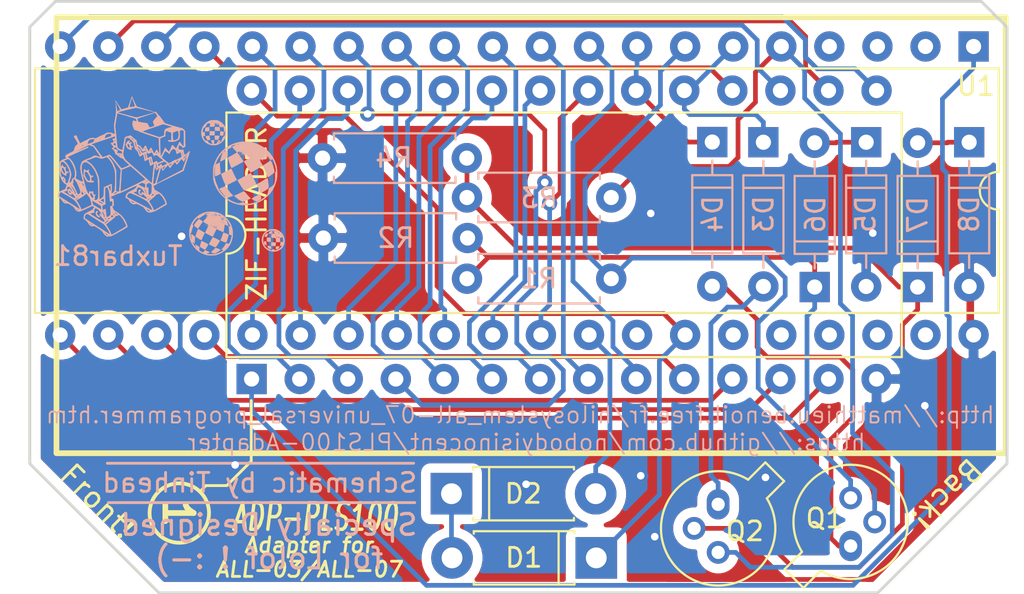
<source format=kicad_pcb>
(kicad_pcb (version 20171130) (host pcbnew 5.1.10-88a1d61d58~88~ubuntu18.04.1)
  (layers (0 F.Cu signal) (31 B.Cu signal) (34 B.Paste user) (35 F.Paste user) (36 B.SilkS user) (37 F.SilkS user) (38 B.Mask user) (39 F.Mask user) (44 Edge.Cuts user))
  (net 0 "")
  (net 1 Zif28)
  (net 2 "Net-(D1-Pad2)")
  (net 3 "Net-(D2-Pad2)")
  (net 4 "Net-(Q1-Pad3)")
  (net 5 "Net-(D6-Pad1)")
  (net 6 "Net-(D4-Pad2)")
  (net 7 "Net-(D3-Pad2)")
  (net 8 "Net-(D7-Pad1)")
  (net 9 "Net-(Q2-Pad3)")
  (net 10 GND)
  (net 11 Zif15)
  (net 12 "Net-(U1-Pad39)")
  (net 13 Zif16)
  (net 14 "Net-(U1-Pad38)")
  (net 15 Zif17)
  (net 16 "Net-(U1-Pad37)")
  (net 17 Zif18)
  (net 18 "Net-(U1-Pad36)")
  (net 19 Zif2)
  (net 20 "Net-(U1-Pad35)")
  (net 21 Zif3)
  (net 22 Zif4)
  (net 23 "Net-(U1-Pad33)")
  (net 24 Zif5)
  (net 25 Zif6)
  (net 26 Zif21)
  (net 27 Zif7)
  (net 28 Zif22)
  (net 29 Zif8)
  (net 30 Zif23)
  (net 31 Zif9)
  (net 32 Zif24)
  (net 33 Zif20)
  (net 34 Zif25)
  (net 35 Zif26)
  (net 36 Zif19)
  (net 37 Zif27)
  (net 38 Zif10)
  (net 39 "Net-(U1-Pad4)")
  (net 40 Zif11)
  (net 41 "Net-(U1-Pad3)")
  (net 42 Zif12)
  (net 43 "Net-(U1-Pad2)")
  (net 44 Zif13)
  (net 45 Zif1)
  (net 46 "Net-(D5-Pad1)")
  (net 47 "Net-(D7-Pad2)")
  (module Diodes_ThroughHole:D_DO-41_SOD81_P7.62mm_Horizontal (layer F.Cu) (at 127.6 40.93 180)
    (fp_text reference D1 (at 3.83 0.01) (layer F.SilkS))
    (fp_text value UF10-005)
    (pad 1 thru_hole rect (at 0 0 180) (size 2.2 2.2) (drill 1.1) (layers *.Cu *.Mask) (net 1 Zif28))
    (pad 2 thru_hole oval (at 7.62 0 180) (size 2.2 2.2) (drill 1.1) (layers *.Cu *.Mask) (net 2 "Net-(D1-Pad2)"))
  )
  (module Diodes_ThroughHole:D_DO-41_SOD81_P7.62mm_Horizontal (layer F.Cu) (at 119.95 37.54)
    (fp_text reference D2 (at 3.79 0) (layer F.SilkS))
    (fp_text value UF10-005)
    (pad 2 thru_hole oval (at 7.62 0) (size 2.2 2.2) (drill 1.1) (layers *.Cu *.Mask) (net 3 "Net-(D2-Pad2)"))
    (pad 1 thru_hole rect (at 0 0) (size 2.2 2.2) (drill 1.1) (layers *.Cu *.Mask) (net 2 "Net-(D1-Pad2)"))
  )
  (module Diodes_ThroughHole:D_DO-35_SOD27_P7.62mm_Horizontal (layer B.Cu) (at 136.43 18.97 270)
    (fp_text reference D3 (at 3.8 -0.01 270) (layer B.SilkS) (effects (justify mirror)))
    (fp_text value 1N4150)
    (pad 1 thru_hole rect (at 0 0 270) (size 1.6 1.6) (drill 0.8) (layers *.Cu *.Mask) (net 36 Zif19))
    (pad 2 thru_hole oval (at 7.62 0 270) (size 1.6 1.6) (drill 0.8) (layers *.Cu *.Mask) (net 7 "Net-(D3-Pad2)"))
  )
  (module Diodes_ThroughHole:D_DO-35_SOD27_P7.62mm_Horizontal (layer B.Cu) (at 133.73 18.96 270)
    (fp_text reference D4 (at 3.81 -0.03 270) (layer B.SilkS) (effects (justify mirror)))
    (fp_text value 1N4150)
    (pad 2 thru_hole oval (at 7.62 0 270) (size 1.6 1.6) (drill 0.8) (layers *.Cu *.Mask) (net 6 "Net-(D4-Pad2)"))
    (pad 1 thru_hole rect (at 0 0 270) (size 1.6 1.6) (drill 0.8) (layers *.Cu *.Mask) (net 33 Zif20))
  )
  (module Diodes_ThroughHole:D_DO-35_SOD27_P7.62mm_Horizontal (layer B.Cu) (at 141.86 18.97 270)
    (fp_text reference D5 (at 3.8 0.03 90) (layer B.SilkS) (effects (justify mirror)))
    (fp_text value 1N4150)
    (pad 2 thru_hole oval (at 7.62 0 270) (size 1.6 1.6) (drill 0.8) (layers *.Cu *.Mask) (net 10 GND))
    (pad 1 thru_hole rect (at 0 0 270) (size 1.6 1.6) (drill 0.8) (layers *.Cu *.Mask) (net 46 "Net-(D5-Pad1)"))
  )
  (module Diodes_ThroughHole:D_DO-35_SOD27_P7.62mm_Horizontal (layer B.Cu) (at 139.14 26.62 90)
    (fp_text reference D6 (at 3.83 0.04 90) (layer B.SilkS) (effects (justify mirror)))
    (fp_text value 1N4150)
    (pad 1 thru_hole rect (at 0 0 90) (size 1.6 1.6) (drill 0.8) (layers *.Cu *.Mask) (net 5 "Net-(D6-Pad1)"))
    (pad 2 thru_hole oval (at 7.62 0 90) (size 1.6 1.6) (drill 0.8) (layers *.Cu *.Mask) (net 46 "Net-(D5-Pad1)"))
  )
  (module Diodes_ThroughHole:D_DO-35_SOD27_P7.62mm_Horizontal (layer B.Cu) (at 144.58 26.62 90)
    (fp_text reference D7 (at 3.81 0 90) (layer B.SilkS) (effects (justify mirror)))
    (fp_text value 1N4150)
    (pad 2 thru_hole oval (at 7.62 0 90) (size 1.6 1.6) (drill 0.8) (layers *.Cu *.Mask) (net 47 "Net-(D7-Pad2)"))
    (pad 1 thru_hole rect (at 0 0 90) (size 1.6 1.6) (drill 0.8) (layers *.Cu *.Mask) (net 8 "Net-(D7-Pad1)"))
  )
  (module Diodes_ThroughHole:D_DO-35_SOD27_P7.62mm_Horizontal (layer B.Cu) (at 147.3 18.97 270)
    (fp_text reference D8 (at 3.8 -0.01 90) (layer B.SilkS) (effects (justify mirror)))
    (fp_text value 1N4150)
    (pad 1 thru_hole rect (at 0 0 270) (size 1.6 1.6) (drill 0.8) (layers *.Cu *.Mask) (net 47 "Net-(D7-Pad2)"))
    (pad 2 thru_hole oval (at 7.62 0 270) (size 1.6 1.6) (drill 0.8) (layers *.Cu *.Mask) (net 10 GND))
  )
  (module TO_SOT_Packages_THT:TO-18-3 (layer F.Cu) (at 141.04 40.3 90)
    (fp_text reference Q1 (at 1.46 -1.37 180) (layer F.SilkS))
    (fp_text value 2N2222A)
    (pad 3 thru_hole oval (at 2.54 0 90) (size 1.2 1.2) (drill 0.7) (layers *.Cu *.Mask) (net 4 "Net-(Q1-Pad3)"))
    (pad 2 thru_hole oval (at 1.27 1.27 90) (size 1.2 1.2) (drill 0.7) (layers *.Cu *.Mask) (net 5 "Net-(D6-Pad1)"))
    (pad 1 thru_hole oval (at 0 0 90) (size 1.6 1.2) (drill 0.7) (layers *.Cu *.Mask) (net 6 "Net-(D4-Pad2)"))
  )
  (module TO_SOT_Packages_THT:TO-18-3 (layer F.Cu) (at 134.04 38.1 270)
    (fp_text reference Q2 (at 1.42 -1.41 180) (layer F.SilkS))
    (fp_text value 2N2222A)
    (pad 1 thru_hole oval (at 0 0 270) (size 1.6 1.2) (drill 0.7) (layers *.Cu *.Mask) (net 7 "Net-(D3-Pad2)"))
    (pad 2 thru_hole oval (at 1.27 1.27 270) (size 1.2 1.2) (drill 0.7) (layers *.Cu *.Mask) (net 8 "Net-(D7-Pad1)"))
    (pad 3 thru_hole oval (at 2.54 0 270) (size 1.2 1.2) (drill 0.7) (layers *.Cu *.Mask) (net 9 "Net-(Q2-Pad3)"))
  )
  (module Resistors_ThroughHole:R_Axial_DIN0207_L6.3mm_D2.5mm_P7.62mm_Horizontal (layer B.Cu) (at 128.39 26.18 180)
    (fp_text reference R1 (at 3.83 0.01 180) (layer B.SilkS) (effects (justify mirror)))
    (fp_text value 1K)
    (pad 2 thru_hole oval (at 7.62 0 180) (size 1.6 1.6) (drill 0.8) (layers *.Cu *.Mask) (net 5 "Net-(D6-Pad1)"))
    (pad 1 thru_hole circle (at 0 0 180) (size 1.6 1.6) (drill 0.8) (layers *.Cu *.Mask) (net 4 "Net-(Q1-Pad3)"))
  )
  (module Resistors_ThroughHole:R_Axial_DIN0207_L6.3mm_D2.5mm_P7.62mm_Horizontal (layer B.Cu) (at 120.8 24.03 180)
    (fp_text reference R2 (at 3.79 0 180) (layer B.SilkS) (effects (justify mirror)))
    (fp_text value 3K3)
    (pad 1 thru_hole circle (at 0 0 180) (size 1.6 1.6) (drill 0.8) (layers *.Cu *.Mask) (net 5 "Net-(D6-Pad1)"))
    (pad 2 thru_hole oval (at 7.62 0 180) (size 1.6 1.6) (drill 0.8) (layers *.Cu *.Mask) (net 10 GND))
  )
  (module Resistors_ThroughHole:R_Axial_DIN0207_L6.3mm_D2.5mm_P7.62mm_Horizontal (layer B.Cu) (at 128.39 21.89 180)
    (fp_text reference R3 (at 3.8 -0.03 180) (layer B.SilkS) (effects (justify mirror)))
    (fp_text value 1K)
    (pad 2 thru_hole oval (at 7.62 0 180) (size 1.6 1.6) (drill 0.8) (layers *.Cu *.Mask) (net 8 "Net-(D7-Pad1)"))
    (pad 1 thru_hole circle (at 0 0 180) (size 1.6 1.6) (drill 0.8) (layers *.Cu *.Mask) (net 9 "Net-(Q2-Pad3)"))
  )
  (module Resistors_ThroughHole:R_Axial_DIN0207_L6.3mm_D2.5mm_P7.62mm_Horizontal (layer B.Cu) (at 120.76 19.81 180)
    (fp_text reference R4 (at 3.86 0.02 180) (layer B.SilkS) (effects (justify mirror)))
    (fp_text value 3K3)
    (pad 1 thru_hole circle (at 0 0 180) (size 1.6 1.6) (drill 0.8) (layers *.Cu *.Mask) (net 8 "Net-(D7-Pad1)"))
    (pad 2 thru_hole oval (at 7.62 0 180) (size 1.6 1.6) (drill 0.8) (layers *.Cu *.Mask) (net 10 GND))
  )
  (module Housings_DIP:DIP-40_W15.24mm (layer F.Cu) (at 147.535 13.911 270)
    (fp_text reference U1 (at 2.089 -0.125 180) (layer F.SilkS))
    (fp_text value "ZIF HEADER")
    (pad 40 thru_hole oval (at 15.24 0 270) (size 1.6 1.6) (drill 0.8) (layers *.Cu *.Mask) (net 10 GND))
    (pad 20 thru_hole oval (at 0 48.26 270) (size 1.6 1.6) (drill 0.8) (layers *.Cu *.Mask) (net 11 Zif15))
    (pad 39 thru_hole oval (at 15.24 2.54 270) (size 1.6 1.6) (drill 0.8) (layers *.Cu *.Mask) (net 12 "Net-(U1-Pad39)"))
    (pad 19 thru_hole oval (at 0 45.72 270) (size 1.6 1.6) (drill 0.8) (layers *.Cu *.Mask) (net 13 Zif16))
    (pad 38 thru_hole oval (at 15.24 5.08 270) (size 1.6 1.6) (drill 0.8) (layers *.Cu *.Mask) (net 14 "Net-(U1-Pad38)"))
    (pad 18 thru_hole oval (at 0 43.18 270) (size 1.6 1.6) (drill 0.8) (layers *.Cu *.Mask) (net 15 Zif17))
    (pad 37 thru_hole oval (at 15.24 7.62 270) (size 1.6 1.6) (drill 0.8) (layers *.Cu *.Mask) (net 16 "Net-(U1-Pad37)"))
    (pad 17 thru_hole oval (at 0 40.64 270) (size 1.6 1.6) (drill 0.8) (layers *.Cu *.Mask) (net 17 Zif18))
    (pad 36 thru_hole oval (at 15.24 10.16 270) (size 1.6 1.6) (drill 0.8) (layers *.Cu *.Mask) (net 18 "Net-(U1-Pad36)"))
    (pad 16 thru_hole oval (at 0 38.1 270) (size 1.6 1.6) (drill 0.8) (layers *.Cu *.Mask) (net 19 Zif2))
    (pad 35 thru_hole oval (at 15.24 12.7 270) (size 1.6 1.6) (drill 0.8) (layers *.Cu *.Mask) (net 20 "Net-(U1-Pad35)"))
    (pad 15 thru_hole oval (at 0 35.56 270) (size 1.6 1.6) (drill 0.8) (layers *.Cu *.Mask) (net 21 Zif3))
    (pad 34 thru_hole oval (at 15.24 15.24 270) (size 1.6 1.6) (drill 0.8) (layers *.Cu *.Mask) (net 1 Zif28))
    (pad 14 thru_hole oval (at 0 33.02 270) (size 1.6 1.6) (drill 0.8) (layers *.Cu *.Mask) (net 22 Zif4))
    (pad 33 thru_hole oval (at 15.24 17.78 270) (size 1.6 1.6) (drill 0.8) (layers *.Cu *.Mask) (net 23 "Net-(U1-Pad33)"))
    (pad 13 thru_hole oval (at 0 30.48 270) (size 1.6 1.6) (drill 0.8) (layers *.Cu *.Mask) (net 24 Zif5))
    (pad 32 thru_hole oval (at 15.24 20.32 270) (size 1.6 1.6) (drill 0.8) (layers *.Cu *.Mask) (net 3 "Net-(D2-Pad2)"))
    (pad 12 thru_hole oval (at 0 27.94 270) (size 1.6 1.6) (drill 0.8) (layers *.Cu *.Mask) (net 25 Zif6))
    (pad 31 thru_hole oval (at 15.24 22.86 270) (size 1.6 1.6) (drill 0.8) (layers *.Cu *.Mask) (net 26 Zif21))
    (pad 11 thru_hole oval (at 0 25.4 270) (size 1.6 1.6) (drill 0.8) (layers *.Cu *.Mask) (net 27 Zif7))
    (pad 30 thru_hole oval (at 15.24 25.4 270) (size 1.6 1.6) (drill 0.8) (layers *.Cu *.Mask) (net 28 Zif22))
    (pad 10 thru_hole oval (at 0 22.86 270) (size 1.6 1.6) (drill 0.8) (layers *.Cu *.Mask) (net 29 Zif8))
    (pad 29 thru_hole oval (at 15.24 27.94 270) (size 1.6 1.6) (drill 0.8) (layers *.Cu *.Mask) (net 30 Zif23))
    (pad 9 thru_hole oval (at 0 20.32 270) (size 1.6 1.6) (drill 0.8) (layers *.Cu *.Mask) (net 31 Zif9))
    (pad 28 thru_hole oval (at 15.24 30.48 270) (size 1.6 1.6) (drill 0.8) (layers *.Cu *.Mask) (net 32 Zif24))
    (pad 8 thru_hole oval (at 0 17.78 270) (size 1.6 1.6) (drill 0.8) (layers *.Cu *.Mask) (net 33 Zif20))
    (pad 27 thru_hole oval (at 15.24 33.02 270) (size 1.6 1.6) (drill 0.8) (layers *.Cu *.Mask) (net 34 Zif25))
    (pad 7 thru_hole oval (at 0 15.24 270) (size 1.6 1.6) (drill 0.8) (layers *.Cu *.Mask) (net 4 "Net-(Q1-Pad3)"))
    (pad 26 thru_hole oval (at 15.24 35.56 270) (size 1.6 1.6) (drill 0.8) (layers *.Cu *.Mask) (net 35 Zif26))
    (pad 6 thru_hole oval (at 0 12.7 270) (size 1.6 1.6) (drill 0.8) (layers *.Cu *.Mask) (net 36 Zif19))
    (pad 25 thru_hole oval (at 15.24 38.1 270) (size 1.6 1.6) (drill 0.8) (layers *.Cu *.Mask) (net 37 Zif27))
    (pad 5 thru_hole oval (at 0 10.16 270) (size 1.6 1.6) (drill 0.8) (layers *.Cu *.Mask) (net 9 "Net-(Q2-Pad3)"))
    (pad 24 thru_hole oval (at 15.24 40.64 270) (size 1.6 1.6) (drill 0.8) (layers *.Cu *.Mask) (net 38 Zif10))
    (pad 4 thru_hole oval (at 0 7.62 270) (size 1.6 1.6) (drill 0.8) (layers *.Cu *.Mask) (net 39 "Net-(U1-Pad4)"))
    (pad 23 thru_hole oval (at 15.24 43.18 270) (size 1.6 1.6) (drill 0.8) (layers *.Cu *.Mask) (net 40 Zif11))
    (pad 3 thru_hole oval (at 0 5.08 270) (size 1.6 1.6) (drill 0.8) (layers *.Cu *.Mask) (net 41 "Net-(U1-Pad3)"))
    (pad 22 thru_hole oval (at 15.24 45.72 270) (size 1.6 1.6) (drill 0.8) (layers *.Cu *.Mask) (net 42 Zif12))
    (pad 2 thru_hole oval (at 0 2.54 270) (size 1.6 1.6) (drill 0.8) (layers *.Cu *.Mask) (net 43 "Net-(U1-Pad2)"))
    (pad 21 thru_hole oval (at 15.24 48.26 270) (size 1.6 1.6) (drill 0.8) (layers *.Cu *.Mask) (net 44 Zif13))
    (pad 1 thru_hole rect (at 0 0 270) (size 1.6 1.6) (drill 0.8) (layers *.Cu *.Mask) (net 45 Zif1))
  )
  (module Housings_DIP:DIP-28_W15.24mm (layer F.Cu) (at 109.39 31.48 90)
    (fp_text reference ZIF-HEADER (at 8.74 0.27 90) (layer F.SilkS))
    (fp_text value ZIF)
    (pad 28 thru_hole oval (at 15.24 0 90) (size 1.6 1.6) (drill 0.8) (layers *.Cu *.Mask) (net 1 Zif28))
    (pad 14 thru_hole oval (at 0 33.02 90) (size 1.6 1.6) (drill 0.8) (layers *.Cu *.Mask) (net 10 GND))
    (pad 27 thru_hole oval (at 15.24 2.54 90) (size 1.6 1.6) (drill 0.8) (layers *.Cu *.Mask) (net 37 Zif27))
    (pad 13 thru_hole oval (at 0 30.48 90) (size 1.6 1.6) (drill 0.8) (layers *.Cu *.Mask) (net 44 Zif13))
    (pad 26 thru_hole oval (at 15.24 5.08 90) (size 1.6 1.6) (drill 0.8) (layers *.Cu *.Mask) (net 35 Zif26))
    (pad 12 thru_hole oval (at 0 27.94 90) (size 1.6 1.6) (drill 0.8) (layers *.Cu *.Mask) (net 42 Zif12))
    (pad 25 thru_hole oval (at 15.24 7.62 90) (size 1.6 1.6) (drill 0.8) (layers *.Cu *.Mask) (net 34 Zif25))
    (pad 11 thru_hole oval (at 0 25.4 90) (size 1.6 1.6) (drill 0.8) (layers *.Cu *.Mask) (net 40 Zif11))
    (pad 24 thru_hole oval (at 15.24 10.16 90) (size 1.6 1.6) (drill 0.8) (layers *.Cu *.Mask) (net 32 Zif24))
    (pad 10 thru_hole oval (at 0 22.86 90) (size 1.6 1.6) (drill 0.8) (layers *.Cu *.Mask) (net 38 Zif10))
    (pad 23 thru_hole oval (at 15.24 12.7 90) (size 1.6 1.6) (drill 0.8) (layers *.Cu *.Mask) (net 30 Zif23))
    (pad 9 thru_hole oval (at 0 20.32 90) (size 1.6 1.6) (drill 0.8) (layers *.Cu *.Mask) (net 31 Zif9))
    (pad 22 thru_hole oval (at 15.24 15.24 90) (size 1.6 1.6) (drill 0.8) (layers *.Cu *.Mask) (net 28 Zif22))
    (pad 8 thru_hole oval (at 0 17.78 90) (size 1.6 1.6) (drill 0.8) (layers *.Cu *.Mask) (net 29 Zif8))
    (pad 21 thru_hole oval (at 15.24 17.78 90) (size 1.6 1.6) (drill 0.8) (layers *.Cu *.Mask) (net 26 Zif21))
    (pad 7 thru_hole oval (at 0 15.24 90) (size 1.6 1.6) (drill 0.8) (layers *.Cu *.Mask) (net 27 Zif7))
    (pad 20 thru_hole oval (at 15.24 20.32 90) (size 1.6 1.6) (drill 0.8) (layers *.Cu *.Mask) (net 33 Zif20))
    (pad 6 thru_hole oval (at 0 12.7 90) (size 1.6 1.6) (drill 0.8) (layers *.Cu *.Mask) (net 25 Zif6))
    (pad 19 thru_hole oval (at 15.24 22.86 90) (size 1.6 1.6) (drill 0.8) (layers *.Cu *.Mask) (net 36 Zif19))
    (pad 5 thru_hole oval (at 0 10.16 90) (size 1.6 1.6) (drill 0.8) (layers *.Cu *.Mask) (net 24 Zif5))
    (pad 18 thru_hole oval (at 15.24 25.4 90) (size 1.6 1.6) (drill 0.8) (layers *.Cu *.Mask) (net 17 Zif18))
    (pad 4 thru_hole oval (at 0 7.62 90) (size 1.6 1.6) (drill 0.8) (layers *.Cu *.Mask) (net 22 Zif4))
    (pad 17 thru_hole oval (at 15.24 27.94 90) (size 1.6 1.6) (drill 0.8) (layers *.Cu *.Mask) (net 15 Zif17))
    (pad 3 thru_hole oval (at 0 5.08 90) (size 1.6 1.6) (drill 0.8) (layers *.Cu *.Mask) (net 21 Zif3))
    (pad 16 thru_hole oval (at 15.24 30.48 90) (size 1.6 1.6) (drill 0.8) (layers *.Cu *.Mask) (net 13 Zif16))
    (pad 2 thru_hole oval (at 0 2.54 90) (size 1.6 1.6) (drill 0.8) (layers *.Cu *.Mask) (net 19 Zif2))
    (pad 15 thru_hole oval (at 15.24 33.02 90) (size 1.6 1.6) (drill 0.8) (layers *.Cu *.Mask) (net 11 Zif15))
    (pad 1 thru_hole rect (at 0 0 90) (size 1.6 1.6) (drill 0.8) (layers *.Cu *.Mask) (net 45 Zif1))
  )
  (module MegaChip:Silver8 (layer B.Cu) (at 105.87 20.96 180)
    (fp_text reference G*** hide)
    (fp_text value LOGO hide)
  )
  (gr_text http://matthieu.benoit.free.fr/hilosystem_all-07_universal_programmer.htm (at 123.58 33.38) (layer B.SilkS) (effects (font (size 0.87 0.87) (thickness 0.1)) (justify mirror)))
  (gr_line (start 117.95 35.93) (end 101.77 35.93) (layer B.SilkS) (width 0.15))
  (gr_line (start 118.01 38.01) (end 101.82 38.01) (layer B.SilkS) (width 0.15))
  (gr_text "Schematic by Tinhead" (at 109.82 36.96) (layer B.SilkS) (effects (font (size 1 1)) (justify mirror)))
  (gr_text https://github.com/nobodyisinocent/PLS100-Adapter (at 123.91 34.83) (layer B.SilkS) (effects (font (size 0.87 0.87) (thickness 0.1)) (justify mirror)))
  (gr_text Tuxbar81 (at 102.33 24.98) (layer B.SilkS) (effects (font (size 1 1)) (justify mirror)))
  (gr_text "Specially Designed\nfor Lolof ! :-)" (at 110.31 40.07) (layer B.SilkS) (effects (font (size 1.1 1.1) (thickness 0.17)) (justify mirror)))
  (gr_line (start 106.98 37.11) (end 106.66 37.43) (layer F.SilkS) (width 0.15))
  (gr_line (start 108.08 37.11) (end 106.98 37.11) (layer F.SilkS) (width 0.15))
  (gr_line (start 109.37 35.82) (end 108.08 37.11) (layer F.SilkS) (width 0.15))
  (gr_line (start 109.37 32.62) (end 109.37 35.82) (layer F.SilkS) (width 0.15))
  (gr_circle (center 105.57 38.56) (end 107.140032 38.56) (layer F.SilkS) (width 0.2))
  (gr_text 1 (at 105.51 38.56 270) (layer F.SilkS) (effects (font (size 1.5 1.5) (thickness 0.3))))
  (gr_text Back! (at 146.12 37.53 -135) (layer F.SilkS) (effects (font (size 1.1 1.1))))
  (gr_text Front! (at 101.25 37.94 -45) (layer F.SilkS) (effects (font (size 1.1 1.1))))
  (gr_line (start 149.3 12.89) (end 147.94 11.53) (layer Edge.Cuts) (width 0.15))
  (gr_line (start 97.67 12.88) (end 99.02 11.53) (layer Edge.Cuts) (width 0.15))
  (gr_text "Adapter for\nALL-03/ALL-07" (at 112.42 40.9) (layer F.SilkS) (effects (font (size 0.8 0.8) (thickness 0.15) italic)))
  (gr_text ADP-PLS100 (at 112.74 38.78) (layer F.SilkS) (effects (font (size 1.4 0.9) (thickness 0.18) italic)))
  (gr_line (start 104.5 42.78) (end 97.67 35.95) (layer Edge.Cuts) (width 0.15))
  (gr_line (start 142.47 42.78) (end 104.5 42.78) (layer Edge.Cuts) (width 0.15))
  (gr_line (start 149.23 35.4) (end 99.08 35.4) (layer F.SilkS) (width 0.3))
  (gr_line (start 149.23 12.37) (end 149.23 35.4) (layer F.SilkS) (width 0.3))
  (gr_line (start 99.08 12.37) (end 149.23 12.37) (layer F.SilkS) (width 0.3))
  (gr_line (start 99.08 35.39) (end 99.08 12.37) (layer F.SilkS) (width 0.3))
  (gr_line (start 149.3 12.89) (end 149.3 35.95) (layer Edge.Cuts) (width 0.15))
  (gr_line (start 99.02 11.53) (end 147.94 11.53) (layer Edge.Cuts) (width 0.15))
  (gr_line (start 97.67 35.95) (end 97.67 12.88) (layer Edge.Cuts) (width 0.15))
  (gr_line (start 149.3 35.95) (end 142.47 42.78) (layer Edge.Cuts) (width 0.15))
  (segment (start 130.9345 37.5955) (end 129 39.53) (width 0.25) (layer B.Cu) (net 1))
  (segment (start 132.295 29.151) (end 130.9345 30.5115) (width 0.25) (layer B.Cu) (net 1))
  (segment (start 129 39.53) (end 127.6 40.93) (width 0.25) (layer B.Cu) (net 1))
  (segment (start 130.9345 30.5115) (end 130.9345 37.5955) (width 0.25) (layer B.Cu) (net 1))
  (segment (start 110.74 17.59) (end 109.39 16.24) (width 0.25) (layer F.Cu) (net 1))
  (segment (start 131.1697 28.0257) (end 120.6457 28.0257) (width 0.25) (layer F.Cu) (net 1))
  (segment (start 114.35 17.59) (end 110.74 17.59) (width 0.25) (layer F.Cu) (net 1))
  (segment (start 132.295 29.151) (end 131.1697 28.0257) (width 0.25) (layer F.Cu) (net 1))
  (segment (start 120.6457 28.0257) (end 119.19 26.57) (width 0.25) (layer F.Cu) (net 1))
  (segment (start 119.19 26.57) (end 119.19 22.43) (width 0.25) (layer F.Cu) (net 1))
  (segment (start 119.19 22.43) (end 114.35 17.59) (width 0.25) (layer F.Cu) (net 1))
  (segment (start 119.95 40.9) (end 119.98 40.93) (width 0.25) (layer B.Cu) (net 2))
  (segment (start 119.95 37.54) (end 119.95 40.9) (width 0.25) (layer B.Cu) (net 2))
  (segment (start 127.57 36.1147) (end 127.57 37.54) (width 0.25) (layer B.Cu) (net 3))
  (segment (start 128.322 35.3627) (end 127.57 36.1147) (width 0.25) (layer B.Cu) (net 3))
  (segment (start 128.322 30.258) (end 128.322 35.3627) (width 0.25) (layer B.Cu) (net 3))
  (segment (start 127.215 29.151) (end 128.322 30.258) (width 0.25) (layer B.Cu) (net 3))
  (segment (start 132.295 13.911) (end 130.99 15.216) (width 0.25) (layer B.Cu) (net 4))
  (segment (start 128.39 26.125) (end 128.39 26.18) (width 0.25) (layer B.Cu) (net 4))
  (segment (start 136.1551 28.5002) (end 136.1551 31.9498) (width 0.25) (layer B.Cu) (net 4))
  (segment (start 136.1551 31.9498) (end 141.04 36.8347) (width 0.25) (layer B.Cu) (net 4))
  (segment (start 137.5816 27.0737) (end 136.1551 28.5002) (width 0.25) (layer B.Cu) (net 4))
  (segment (start 137.5816 26.1349) (end 137.5816 27.0737) (width 0.25) (layer B.Cu) (net 4))
  (segment (start 141.04 37.76) (end 141.04 36.8347) (width 0.25) (layer B.Cu) (net 4))
  (segment (start 129.47835 25.09165) (end 128.39 26.18) (width 0.25) (layer B.Cu) (net 4))
  (segment (start 136.53835 25.09165) (end 129.47835 25.09165) (width 0.25) (layer B.Cu) (net 4))
  (segment (start 136.53835 25.09165) (end 137.5816 26.1349) (width 0.25) (layer B.Cu) (net 4))
  (segment (start 128.39 26.18) (end 127.01 24.8) (width 0.25) (layer B.Cu) (net 4))
  (segment (start 127.01 20.98) (end 130.99 17) (width 0.25) (layer B.Cu) (net 4))
  (segment (start 127.01 24.8) (end 127.01 20.98) (width 0.25) (layer B.Cu) (net 4))
  (segment (start 130.99 15.216) (end 130.99 17) (width 0.25) (layer B.Cu) (net 4))
  (segment (start 120.8 24.03) (end 120.8706 24.03) (width 0.25) (layer F.Cu) (net 5))
  (segment (start 120.8706 24.03) (end 121.8953 25.0547) (width 0.25) (layer F.Cu) (net 5))
  (segment (start 139.14 26.62) (end 139.14 27.7453) (width 0.25) (layer B.Cu) (net 5))
  (segment (start 139.14 27.7453) (end 138.735 28.1503) (width 0.25) (layer B.Cu) (net 5))
  (segment (start 138.735 28.1503) (end 138.735 33.7521) (width 0.25) (layer B.Cu) (net 5))
  (segment (start 138.735 33.7521) (end 142.31 37.3271) (width 0.25) (layer B.Cu) (net 5))
  (segment (start 142.31 37.3271) (end 142.31 39.03) (width 0.25) (layer B.Cu) (net 5))
  (segment (start 139.14 26.62) (end 139.14 25.45) (width 0.25) (layer F.Cu) (net 5))
  (segment (start 138.7447 25.0547) (end 121.8953 25.0547) (width 0.25) (layer F.Cu) (net 5))
  (segment (start 139.14 25.45) (end 138.7447 25.0547) (width 0.25) (layer F.Cu) (net 5))
  (segment (start 121.8953 25.0547) (end 120.77 26.18) (width 0.25) (layer F.Cu) (net 5))
  (segment (start 136.1 28.34) (end 134.34 26.58) (width 0.25) (layer F.Cu) (net 6))
  (segment (start 136.1 29.79) (end 136.1 28.34) (width 0.25) (layer F.Cu) (net 6))
  (segment (start 136.63 30.32) (end 136.1 29.79) (width 0.25) (layer F.Cu) (net 6))
  (segment (start 134.34 26.58) (end 133.73 26.58) (width 0.25) (layer F.Cu) (net 6))
  (segment (start 140.49 30.32) (end 136.63 30.32) (width 0.25) (layer F.Cu) (net 6))
  (segment (start 140.41 40.3) (end 140 39.89) (width 0.25) (layer F.Cu) (net 6))
  (segment (start 140 39.89) (end 140 34.6591) (width 0.25) (layer F.Cu) (net 6))
  (segment (start 141.04 40.3) (end 140.41 40.3) (width 0.25) (layer F.Cu) (net 6))
  (segment (start 140 34.6591) (end 141.15 33.5091) (width 0.25) (layer F.Cu) (net 6))
  (segment (start 141.15 33.5091) (end 141.15 30.98) (width 0.25) (layer F.Cu) (net 6))
  (segment (start 141.15 30.98) (end 140.49 30.32) (width 0.25) (layer F.Cu) (net 6))
  (segment (start 136.42 26.59) (end 136.43 26.59) (width 0.25) (layer B.Cu) (net 7))
  (segment (start 134.04 38.1) (end 134.04 36.9747) (width 0.25) (layer B.Cu) (net 7))
  (segment (start 133.6568 28.5532) (end 134.53 27.68) (width 0.25) (layer B.Cu) (net 7))
  (segment (start 134.04 36.9747) (end 133.6568 36.5915) (width 0.25) (layer B.Cu) (net 7))
  (segment (start 133.6568 36.5915) (end 133.6568 28.5532) (width 0.25) (layer B.Cu) (net 7))
  (segment (start 134.53 27.68) (end 135.33 27.68) (width 0.25) (layer B.Cu) (net 7))
  (segment (start 135.33 27.68) (end 136.42 26.59) (width 0.25) (layer B.Cu) (net 7))
  (segment (start 120.76 19.81) (end 120.77 19.82) (width 0.25) (layer F.Cu) (net 8))
  (segment (start 120.77 19.82) (end 120.77 21.89) (width 0.25) (layer F.Cu) (net 8))
  (segment (start 143.5954 26.62) (end 144.58 26.62) (width 0.25) (layer F.Cu) (net 8))
  (segment (start 120.77 21.89) (end 123.44 24.56) (width 0.25) (layer F.Cu) (net 8))
  (segment (start 141.5354 24.56) (end 143.5954 26.62) (width 0.25) (layer F.Cu) (net 8))
  (segment (start 123.44 24.56) (end 141.5354 24.56) (width 0.25) (layer F.Cu) (net 8))
  (segment (start 135.9137 39.37) (end 132.77 39.37) (width 0.25) (layer F.Cu) (net 8))
  (segment (start 143.7748 28.6052) (end 143.7748 39.1399) (width 0.25) (layer F.Cu) (net 8))
  (segment (start 143.7748 39.1399) (end 141.4827 41.432) (width 0.25) (layer F.Cu) (net 8))
  (segment (start 141.4827 41.432) (end 137.9757 41.432) (width 0.25) (layer F.Cu) (net 8))
  (segment (start 137.9757 41.432) (end 135.9137 39.37) (width 0.25) (layer F.Cu) (net 8))
  (segment (start 143.7748 28.6052) (end 143.7848 28.6052) (width 0.25) (layer F.Cu) (net 8))
  (segment (start 144.58 27.81) (end 144.58 26.62) (width 0.25) (layer F.Cu) (net 8))
  (segment (start 143.7848 28.6052) (end 144.58 27.81) (width 0.25) (layer F.Cu) (net 8))
  (segment (start 141.4791 41.4257) (end 135.751 41.4257) (width 0.25) (layer B.Cu) (net 9))
  (segment (start 143.239 39.6658) (end 141.4791 41.4257) (width 0.25) (layer B.Cu) (net 9))
  (segment (start 141.14 34.3408) (end 143.239 36.4398) (width 0.25) (layer B.Cu) (net 9))
  (segment (start 141.14 28.14) (end 141.14 34.3408) (width 0.25) (layer B.Cu) (net 9))
  (segment (start 137.375 13.911) (end 137.381 13.911) (width 0.25) (layer B.Cu) (net 9))
  (segment (start 137.381 13.911) (end 138.61 15.14) (width 0.25) (layer B.Cu) (net 9))
  (segment (start 138.61 15.14) (end 138.61 16.6425) (width 0.25) (layer B.Cu) (net 9))
  (segment (start 135.751 41.4257) (end 134.9653 40.64) (width 0.25) (layer B.Cu) (net 9))
  (segment (start 143.239 36.4398) (end 143.239 39.6658) (width 0.25) (layer B.Cu) (net 9))
  (segment (start 138.61 16.6425) (end 140.5 18.5325) (width 0.25) (layer B.Cu) (net 9))
  (segment (start 140.5 18.5325) (end 140.5 27.5) (width 0.25) (layer B.Cu) (net 9))
  (segment (start 134.9653 40.64) (end 134.04 40.64) (width 0.25) (layer B.Cu) (net 9))
  (segment (start 140.5 27.5) (end 141.14 28.14) (width 0.25) (layer B.Cu) (net 9))
  (segment (start 130.03 20.25) (end 128.39 21.89) (width 0.25) (layer F.Cu) (net 9))
  (segment (start 136.01 15.276) (end 136.01 16.8537) (width 0.25) (layer F.Cu) (net 9))
  (segment (start 134.62 20.25) (end 130.03 20.25) (width 0.25) (layer F.Cu) (net 9))
  (segment (start 137.375 13.911) (end 136.01 15.276) (width 0.25) (layer F.Cu) (net 9))
  (segment (start 136.01 16.8537) (end 135.09 17.7737) (width 0.25) (layer F.Cu) (net 9))
  (segment (start 135.09 17.7737) (end 135.09 19.78) (width 0.25) (layer F.Cu) (net 9))
  (segment (start 135.09 19.78) (end 134.62 20.25) (width 0.25) (layer F.Cu) (net 9))
  (segment (start 147.535 26.825) (end 147.3 26.59) (width 0.25) (layer F.Cu) (net 10))
  (segment (start 147.3 26.59) (end 147.3 24.18) (width 0.25) (layer F.Cu) (net 10))
  (segment (start 147.3 24.18) (end 146.91 23.79) (width 0.25) (layer F.Cu) (net 10))
  (via (at 142.21 23.77) (size 0.8) (drill 0.4) (layers F.Cu B.Cu) (net 10))
  (segment (start 146.91 23.79) (end 142.23 23.79) (width 0.25) (layer F.Cu) (net 10))
  (segment (start 142.23 23.79) (end 142.21 23.77) (width 0.25) (layer F.Cu) (net 10))
  (segment (start 142.21 23.77) (end 141.97 24.01) (width 0.25) (layer B.Cu) (net 10))
  (segment (start 141.97 26.48) (end 141.86 26.59) (width 0.25) (layer B.Cu) (net 10))
  (segment (start 141.97 24.01) (end 141.97 26.48) (width 0.25) (layer B.Cu) (net 10))
  (segment (start 129.95 34.83) (end 129.7 34.58) (width 0.25) (layer F.Cu) (net 10))
  (segment (start 129.7 34.58) (end 115.12 34.58) (width 0.25) (layer F.Cu) (net 10))
  (segment (start 115.12 34.58) (end 109.98 34.58) (width 0.25) (layer F.Cu) (net 10))
  (via (at 108.52 36.02) (size 0.8) (drill 0.4) (layers F.Cu B.Cu) (net 10))
  (segment (start 109.98 34.58) (end 108.54 36.02) (width 0.25) (layer F.Cu) (net 10))
  (segment (start 108.54 36.02) (end 108.52 36.02) (width 0.25) (layer F.Cu) (net 10))
  (via (at 105.69 23.94) (size 0.8) (drill 0.4) (layers F.Cu B.Cu) (net 10))
  (segment (start 105.69 23.94) (end 110.44 23.94) (width 0.25) (layer F.Cu) (net 10))
  (segment (start 110.53 24.03) (end 113.18 24.03) (width 0.25) (layer F.Cu) (net 10))
  (segment (start 110.44 23.94) (end 110.53 24.03) (width 0.25) (layer F.Cu) (net 10))
  (via (at 136.54 36.68) (size 0.8) (drill 0.4) (layers F.Cu B.Cu) (net 10))
  (via (at 130.69 39.81) (size 0.8) (drill 0.4) (layers F.Cu B.Cu) (net 10))
  (via (at 123.89 37.04) (size 0.8) (drill 0.4) (layers F.Cu B.Cu) (net 10))
  (segment (start 129.95 36.59) (end 129.95 34.83) (width 0.25) (layer F.Cu) (net 10))
  (via (at 129.95 36.59) (size 0.8) (drill 0.4) (layers F.Cu B.Cu) (net 10))
  (segment (start 105.69 27.95) (end 105.69 23.94) (width 0.25) (layer B.Cu) (net 10))
  (segment (start 108.52 36.02) (end 105.62 33.12) (width 0.25) (layer B.Cu) (net 10))
  (segment (start 105.62 28.02) (end 105.69 27.95) (width 0.25) (layer B.Cu) (net 10))
  (segment (start 105.62 33.12) (end 105.62 28.02) (width 0.25) (layer B.Cu) (net 10))
  (segment (start 147.36 26.65) (end 147.3 26.59) (width 0.4) (layer F.Cu) (net 10))
  (segment (start 147.535 29.151) (end 147.36 28.976) (width 0.4) (layer F.Cu) (net 10))
  (segment (start 147.36 28.976) (end 147.36 26.65) (width 0.4) (layer F.Cu) (net 10))
  (via (at 130.48 22.73) (size 0.8) (drill 0.4) (layers F.Cu B.Cu) (net 10))
  (segment (start 129.95 40.64) (end 129.95 36.59) (width 0.25) (layer F.Cu) (net 10))
  (segment (start 131.38 42.07) (end 129.95 40.64) (width 0.25) (layer F.Cu) (net 10))
  (segment (start 144.96 32.89) (end 145.73 34.05) (width 0.25) (layer F.Cu) (net 10))
  (segment (start 142.41 33.12) (end 142.41 31.48) (width 0.25) (layer B.Cu) (net 10))
  (segment (start 142.88 33.59) (end 142.41 33.12) (width 0.25) (layer B.Cu) (net 10))
  (segment (start 144.96 32.89) (end 146.03 32.89) (width 0.25) (layer F.Cu) (net 10))
  (segment (start 142.18 42.07) (end 131.38 42.07) (width 0.25) (layer F.Cu) (net 10))
  (segment (start 145.73 38.52) (end 142.18 42.07) (width 0.25) (layer F.Cu) (net 10))
  (segment (start 145.73 34.05) (end 145.73 38.52) (width 0.25) (layer F.Cu) (net 10))
  (via (at 144.96 32.89) (size 0.8) (drill 0.4) (layers F.Cu B.Cu) (net 10))
  (segment (start 146.03 32.89) (end 147.535 31.385) (width 0.25) (layer F.Cu) (net 10))
  (segment (start 147.535 31.385) (end 147.535 29.151) (width 0.25) (layer F.Cu) (net 10))
  (segment (start 144.96 32.89) (end 143.89 33.59) (width 0.25) (layer B.Cu) (net 10))
  (segment (start 143.89 33.59) (end 142.88 33.59) (width 0.25) (layer B.Cu) (net 10))
  (segment (start 99.275 13.905) (end 99.275 13.911) (width 0.25) (layer B.Cu) (net 11))
  (segment (start 137.4339 12.333) (end 100.847 12.333) (width 0.25) (layer B.Cu) (net 11))
  (segment (start 142.41 16.23) (end 141.27 15.09) (width 0.25) (layer B.Cu) (net 11))
  (segment (start 142.41 16.24) (end 142.41 16.23) (width 0.25) (layer B.Cu) (net 11))
  (segment (start 138.645 13.5441) (end 137.4339 12.333) (width 0.25) (layer B.Cu) (net 11))
  (segment (start 141.27 15.09) (end 139.27 15.09) (width 0.25) (layer B.Cu) (net 11))
  (segment (start 100.847 12.333) (end 99.275 13.905) (width 0.25) (layer B.Cu) (net 11))
  (segment (start 139.27 15.09) (end 138.645 14.465) (width 0.25) (layer B.Cu) (net 11))
  (segment (start 138.645 14.465) (end 138.645 13.5441) (width 0.25) (layer B.Cu) (net 11))
  (segment (start 138.66 13.38) (end 138.66 15.03) (width 0.25) (layer F.Cu) (net 13))
  (segment (start 138.66 15.03) (end 139.87 16.24) (width 0.25) (layer F.Cu) (net 13))
  (segment (start 137.84 12.56) (end 138.66 13.38) (width 0.25) (layer F.Cu) (net 13))
  (segment (start 101.815 13.911) (end 103.166 12.56) (width 0.25) (layer F.Cu) (net 13))
  (segment (start 103.166 12.56) (end 137.84 12.56) (width 0.25) (layer F.Cu) (net 13))
  (segment (start 105.4803 12.7857) (end 104.355 13.911) (width 0.25) (layer B.Cu) (net 15))
  (segment (start 135.3127 12.7857) (end 105.4803 12.7857) (width 0.25) (layer B.Cu) (net 15))
  (segment (start 136.105 13.578) (end 135.3127 12.7857) (width 0.25) (layer B.Cu) (net 15))
  (segment (start 137.33 16.24) (end 136.105 15.015) (width 0.25) (layer B.Cu) (net 15))
  (segment (start 136.105 15.015) (end 136.105 13.578) (width 0.25) (layer B.Cu) (net 15))
  (segment (start 108.0203 15.0363) (end 106.895 13.911) (width 0.25) (layer F.Cu) (net 17))
  (segment (start 134.79 16.24) (end 133.5863 15.0363) (width 0.25) (layer F.Cu) (net 17))
  (segment (start 133.5863 15.0363) (end 108.0203 15.0363) (width 0.25) (layer F.Cu) (net 17))
  (segment (start 108.78 30.31) (end 110.76 30.31) (width 0.25) (layer B.Cu) (net 19))
  (segment (start 108.16 29.69) (end 108.78 30.31) (width 0.25) (layer B.Cu) (net 19))
  (segment (start 110.76 30.31) (end 111.93 31.48) (width 0.25) (layer B.Cu) (net 19))
  (segment (start 109.435 13.911) (end 110.63 15.106) (width 0.25) (layer B.Cu) (net 19))
  (segment (start 110.63 15.106) (end 110.63 17.3) (width 0.25) (layer B.Cu) (net 19))
  (segment (start 110.63 17.3) (end 109.61 18.32) (width 0.25) (layer B.Cu) (net 19))
  (segment (start 109.61 26.46) (end 108.16 27.91) (width 0.25) (layer B.Cu) (net 19))
  (segment (start 109.61 18.32) (end 109.61 26.46) (width 0.25) (layer B.Cu) (net 19))
  (segment (start 108.16 27.91) (end 108.16 29.69) (width 0.25) (layer B.Cu) (net 19))
  (segment (start 113.21 17.18) (end 113.21 15.15) (width 0.25) (layer B.Cu) (net 21))
  (segment (start 113.31 30.32) (end 111.47 30.32) (width 0.25) (layer B.Cu) (net 21))
  (segment (start 114.47 31.48) (end 113.31 30.32) (width 0.25) (layer B.Cu) (net 21))
  (segment (start 111.47 30.32) (end 110.834 29.684) (width 0.25) (layer B.Cu) (net 21))
  (segment (start 111.975 13.915) (end 111.975 13.911) (width 0.25) (layer B.Cu) (net 21))
  (segment (start 110.834 29.684) (end 110.834 27.856) (width 0.25) (layer B.Cu) (net 21))
  (segment (start 113.21 15.15) (end 111.975 13.915) (width 0.25) (layer B.Cu) (net 21))
  (segment (start 110.834 27.856) (end 111.06 27.63) (width 0.25) (layer B.Cu) (net 21))
  (segment (start 111.06 19.33) (end 113.21 17.18) (width 0.25) (layer B.Cu) (net 21))
  (segment (start 111.06 27.63) (end 111.06 19.33) (width 0.25) (layer B.Cu) (net 21))
  (via (at 115.519 17.4743) (size 0.8) (layers F.Cu B.Cu) (net 22))
  (via (at 124.8788 21.0912) (size 0.8) (layers F.Cu B.Cu) (net 22))
  (segment (start 114.515 13.935) (end 114.515 13.911) (width 0.25) (layer B.Cu) (net 22))
  (segment (start 115.5973 15.0173) (end 114.515 13.935) (width 0.25) (layer B.Cu) (net 22))
  (segment (start 115.519 17.4743) (end 115.5973 17.396) (width 0.25) (layer B.Cu) (net 22))
  (segment (start 115.5973 17.396) (end 115.5973 15.0173) (width 0.25) (layer B.Cu) (net 22))
  (segment (start 125.08 32.85) (end 118.38 32.85) (width 0.25) (layer B.Cu) (net 22))
  (segment (start 125.86 32.07) (end 125.08 32.85) (width 0.25) (layer B.Cu) (net 22))
  (segment (start 125.86 31.02) (end 125.86 32.07) (width 0.25) (layer B.Cu) (net 22))
  (segment (start 125.133 30.293) (end 125.86 31.02) (width 0.25) (layer B.Cu) (net 22))
  (segment (start 124.409988 21.560012) (end 124.409988 26.550012) (width 0.25) (layer B.Cu) (net 22))
  (segment (start 123.4 27.56) (end 123.4 29.58) (width 0.25) (layer B.Cu) (net 22))
  (segment (start 118.38 32.85) (end 117.01 31.48) (width 0.25) (layer B.Cu) (net 22))
  (segment (start 124.8788 21.0912) (end 124.409988 21.560012) (width 0.25) (layer B.Cu) (net 22))
  (segment (start 124.113 30.293) (end 125.133 30.293) (width 0.25) (layer B.Cu) (net 22))
  (segment (start 124.409988 26.550012) (end 123.4 27.56) (width 0.25) (layer B.Cu) (net 22))
  (segment (start 123.4 29.58) (end 124.113 30.293) (width 0.25) (layer B.Cu) (net 22))
  (segment (start 124.0243 17.4743) (end 115.519 17.4743) (width 0.25) (layer F.Cu) (net 22))
  (segment (start 124.8788 21.0912) (end 124.8788 18.3288) (width 0.25) (layer F.Cu) (net 22))
  (segment (start 124.8788 18.3288) (end 124.0243 17.4743) (width 0.25) (layer F.Cu) (net 22))
  (segment (start 116.44 30.32) (end 118.39 30.32) (width 0.25) (layer B.Cu) (net 24))
  (segment (start 115.81 29.69) (end 116.44 30.32) (width 0.25) (layer B.Cu) (net 24))
  (segment (start 118.27 17.24) (end 117.63 17.88) (width 0.25) (layer B.Cu) (net 24))
  (segment (start 118.27 15.126) (end 118.27 17.24) (width 0.25) (layer B.Cu) (net 24))
  (segment (start 117.055 13.911) (end 118.27 15.126) (width 0.25) (layer B.Cu) (net 24))
  (segment (start 117.63 17.88) (end 117.63 26.33) (width 0.25) (layer B.Cu) (net 24))
  (segment (start 118.39 30.32) (end 119.55 31.48) (width 0.25) (layer B.Cu) (net 24))
  (segment (start 117.63 26.33) (end 115.81 28.15) (width 0.25) (layer B.Cu) (net 24))
  (segment (start 115.81 28.15) (end 115.81 29.69) (width 0.25) (layer B.Cu) (net 24))
  (segment (start 120.9647 30.3547) (end 122.09 31.48) (width 0.25) (layer B.Cu) (net 25))
  (segment (start 119.1147 30.3547) (end 120.9647 30.3547) (width 0.25) (layer B.Cu) (net 25))
  (segment (start 118.29 29.53) (end 119.1147 30.3547) (width 0.25) (layer B.Cu) (net 25))
  (segment (start 118.29 28.06) (end 118.29 29.53) (width 0.25) (layer B.Cu) (net 25))
  (segment (start 119.601 13.911) (end 120.8 15.11) (width 0.25) (layer B.Cu) (net 25))
  (segment (start 119.595 13.911) (end 119.601 13.911) (width 0.25) (layer B.Cu) (net 25))
  (segment (start 120.8 15.11) (end 120.8 17.21) (width 0.25) (layer B.Cu) (net 25))
  (segment (start 120.8 17.21) (end 118.82 19.19) (width 0.25) (layer B.Cu) (net 25))
  (segment (start 118.82 19.19) (end 118.82 27.53) (width 0.25) (layer B.Cu) (net 25))
  (segment (start 118.82 27.53) (end 118.29 28.06) (width 0.25) (layer B.Cu) (net 25))
  (via (at 125.13499 22.1907) (size 0.8) (drill 0.4) (layers F.Cu B.Cu) (net 26))
  (segment (start 125.13499 27.55964) (end 125.13499 22.1907) (width 0.25) (layer B.Cu) (net 26))
  (segment (start 124.675 28.01963) (end 125.13499 27.55964) (width 0.25) (layer B.Cu) (net 26))
  (segment (start 124.675 29.151) (end 124.675 28.01963) (width 0.25) (layer B.Cu) (net 26))
  (segment (start 125.69 21.63569) (end 125.13499 22.1907) (width 0.25) (layer F.Cu) (net 26))
  (segment (start 127.17 16.24) (end 125.69 17.72) (width 0.25) (layer F.Cu) (net 26))
  (segment (start 125.69 17.72) (end 125.69 21.63569) (width 0.25) (layer F.Cu) (net 26))
  (segment (start 123.35 15.126) (end 122.135 13.911) (width 0.25) (layer B.Cu) (net 27))
  (segment (start 123.5047 30.3547) (end 121.6147 30.3547) (width 0.25) (layer B.Cu) (net 27))
  (segment (start 124.63 31.48) (end 123.5047 30.3547) (width 0.25) (layer B.Cu) (net 27))
  (segment (start 121.6147 30.3547) (end 120.9 29.64) (width 0.25) (layer B.Cu) (net 27))
  (segment (start 120.9 29.64) (end 120.9 28.48) (width 0.25) (layer B.Cu) (net 27))
  (segment (start 120.9 28.48) (end 123.35 26.03) (width 0.25) (layer B.Cu) (net 27))
  (segment (start 123.35 26.03) (end 123.35 15.126) (width 0.25) (layer B.Cu) (net 27))
  (segment (start 123.830001 17.039999) (end 123.830001 26.330699) (width 0.25) (layer B.Cu) (net 28))
  (segment (start 122.135 28.0257) (end 122.135 29.151) (width 0.25) (layer B.Cu) (net 28))
  (segment (start 124.63 16.24) (end 123.830001 17.039999) (width 0.25) (layer B.Cu) (net 28))
  (segment (start 123.830001 26.330699) (end 122.135 28.0257) (width 0.25) (layer B.Cu) (net 28))
  (segment (start 125.86 30.17) (end 127.17 31.48) (width 0.25) (layer B.Cu) (net 29))
  (segment (start 125.86 15.096) (end 125.86 30.17) (width 0.25) (layer B.Cu) (net 29))
  (segment (start 124.675 13.911) (end 125.86 15.096) (width 0.25) (layer B.Cu) (net 29))
  (segment (start 119.595 27.835) (end 119.595 29.151) (width 0.25) (layer B.Cu) (net 30))
  (segment (start 122.09 17.35) (end 121.75 17.69) (width 0.25) (layer B.Cu) (net 30))
  (segment (start 121.75 17.69) (end 121.05 17.69) (width 0.25) (layer B.Cu) (net 30))
  (segment (start 122.09 16.24) (end 122.09 17.35) (width 0.25) (layer B.Cu) (net 30))
  (segment (start 119.39 27.63) (end 119.595 27.835) (width 0.25) (layer B.Cu) (net 30))
  (segment (start 121.05 17.69) (end 119.39 19.35) (width 0.25) (layer B.Cu) (net 30))
  (segment (start 119.39 19.35) (end 119.39 27.63) (width 0.25) (layer B.Cu) (net 30))
  (segment (start 128.43 15.126) (end 128.43 16.93) (width 0.25) (layer B.Cu) (net 31))
  (segment (start 127.215 13.911) (end 128.43 15.126) (width 0.25) (layer B.Cu) (net 31))
  (segment (start 128.48 28.42) (end 128.48 29.77959) (width 0.25) (layer B.Cu) (net 31))
  (segment (start 128.48 29.77959) (end 129.71 31.00959) (width 0.25) (layer B.Cu) (net 31))
  (segment (start 128.43 16.93) (end 126.37 18.99) (width 0.25) (layer B.Cu) (net 31))
  (segment (start 129.71 31.00959) (end 129.71 31.48) (width 0.25) (layer B.Cu) (net 31))
  (segment (start 126.37 18.99) (end 126.37 26.31) (width 0.25) (layer B.Cu) (net 31))
  (segment (start 126.37 26.31) (end 128.48 28.42) (width 0.25) (layer B.Cu) (net 31))
  (segment (start 117.055 27.775) (end 117.055 29.151) (width 0.25) (layer B.Cu) (net 32))
  (segment (start 118.23 26.6) (end 117.055 27.775) (width 0.25) (layer B.Cu) (net 32))
  (segment (start 118.23 18.6853) (end 118.23 26.6) (width 0.25) (layer B.Cu) (net 32))
  (segment (start 119.55 16.24) (end 119.55 17.3653) (width 0.25) (layer B.Cu) (net 32))
  (segment (start 119.55 17.3653) (end 118.23 18.6853) (width 0.25) (layer B.Cu) (net 32))
  (segment (start 129.71 16.24) (end 129.71 15.1147) (width 0.25) (layer B.Cu) (net 33))
  (segment (start 129.71 15.1147) (end 129.755 15.0697) (width 0.25) (layer B.Cu) (net 33))
  (segment (start 129.755 15.0697) (end 129.755 13.911) (width 0.25) (layer B.Cu) (net 33))
  (segment (start 132.43 18.96) (end 133.73 18.96) (width 0.25) (layer F.Cu) (net 33))
  (segment (start 129.71 16.24) (end 132.43 18.96) (width 0.25) (layer F.Cu) (net 33))
  (segment (start 117.01 16.24) (end 117.01 25.26) (width 0.25) (layer B.Cu) (net 34))
  (segment (start 114.515 27.755) (end 114.515 29.151) (width 0.25) (layer B.Cu) (net 34))
  (segment (start 117.01 25.26) (end 114.515 27.755) (width 0.25) (layer B.Cu) (net 34))
  (segment (start 111.975 27.925) (end 111.975 29.151) (width 0.25) (layer B.Cu) (net 35))
  (segment (start 114.47 17.41) (end 114.16 17.72) (width 0.25) (layer B.Cu) (net 35))
  (segment (start 114.47 16.24) (end 114.47 17.41) (width 0.25) (layer B.Cu) (net 35))
  (segment (start 114.16 17.72) (end 113.42 17.72) (width 0.25) (layer B.Cu) (net 35))
  (segment (start 111.72 27.67) (end 111.975 27.925) (width 0.25) (layer B.Cu) (net 35))
  (segment (start 113.42 17.72) (end 111.72 19.42) (width 0.25) (layer B.Cu) (net 35))
  (segment (start 111.72 19.42) (end 111.72 27.67) (width 0.25) (layer B.Cu) (net 35))
  (segment (start 132.25 16.24) (end 132.51 16.24) (width 0.25) (layer B.Cu) (net 36))
  (segment (start 134.835 13.915) (end 134.835 13.911) (width 0.25) (layer B.Cu) (net 36))
  (segment (start 132.51 16.24) (end 134.835 13.915) (width 0.25) (layer B.Cu) (net 36))
  (segment (start 136.43 17.91) (end 136.43 18.97) (width 0.25) (layer B.Cu) (net 36))
  (segment (start 136.03 17.51) (end 136.43 17.91) (width 0.25) (layer B.Cu) (net 36))
  (segment (start 132.54 17.51) (end 136.03 17.51) (width 0.25) (layer B.Cu) (net 36))
  (segment (start 132.25 16.24) (end 132.25 17.22) (width 0.25) (layer B.Cu) (net 36))
  (segment (start 132.25 17.22) (end 132.54 17.51) (width 0.25) (layer B.Cu) (net 36))
  (segment (start 109.435 27.805) (end 109.435 29.151) (width 0.25) (layer B.Cu) (net 37))
  (segment (start 110.42 26.82) (end 109.435 27.805) (width 0.25) (layer B.Cu) (net 37))
  (segment (start 110.42 18.8753) (end 110.42 26.82) (width 0.25) (layer B.Cu) (net 37))
  (segment (start 111.93 16.24) (end 111.93 17.3653) (width 0.25) (layer B.Cu) (net 37))
  (segment (start 111.93 17.3653) (end 110.42 18.8753) (width 0.25) (layer B.Cu) (net 37))
  (segment (start 108.034 30.29) (end 106.895 29.151) (width 0.25) (layer F.Cu) (net 38))
  (segment (start 132.25 31.48) (end 131.06 30.29) (width 0.25) (layer F.Cu) (net 38))
  (segment (start 131.06 30.29) (end 108.034 30.29) (width 0.25) (layer F.Cu) (net 38))
  (segment (start 107.8094 32.6054) (end 104.355 29.151) (width 0.25) (layer F.Cu) (net 40))
  (segment (start 134.79 31.48) (end 133.6646 32.6054) (width 0.25) (layer F.Cu) (net 40))
  (segment (start 133.6646 32.6054) (end 107.8094 32.6054) (width 0.25) (layer F.Cu) (net 40))
  (segment (start 105.7604 33.0964) (end 101.815 29.151) (width 0.25) (layer F.Cu) (net 42))
  (segment (start 137.33 31.48) (end 135.7136 33.0964) (width 0.25) (layer F.Cu) (net 42))
  (segment (start 135.7136 33.0964) (end 105.7604 33.0964) (width 0.25) (layer F.Cu) (net 42))
  (segment (start 103.6707 33.5467) (end 99.275 29.151) (width 0.25) (layer F.Cu) (net 44))
  (segment (start 139.87 31.48) (end 137.8033 33.5467) (width 0.25) (layer F.Cu) (net 44))
  (segment (start 137.8033 33.5467) (end 103.6707 33.5467) (width 0.25) (layer F.Cu) (net 44))
  (segment (start 145.89 16.6813) (end 147.535 15.0363) (width 0.25) (layer B.Cu) (net 45))
  (segment (start 146.1204 28.0796) (end 146.1204 20.6096) (width 0.25) (layer B.Cu) (net 45))
  (segment (start 109.39 33.1403) (end 118.62969 42.37999) (width 0.25) (layer B.Cu) (net 45))
  (segment (start 109.39 31.48) (end 109.39 33.1403) (width 0.25) (layer B.Cu) (net 45))
  (segment (start 141.16171 42.37999) (end 146.25 37.2917) (width 0.25) (layer B.Cu) (net 45))
  (segment (start 145.89 20.3792) (end 145.89 16.6813) (width 0.25) (layer B.Cu) (net 45))
  (segment (start 118.62969 42.37999) (end 141.16171 42.37999) (width 0.25) (layer B.Cu) (net 45))
  (segment (start 146.1204 20.6096) (end 145.89 20.3792) (width 0.25) (layer B.Cu) (net 45))
  (segment (start 146.25 37.2917) (end 146.25 28.2092) (width 0.25) (layer B.Cu) (net 45))
  (segment (start 147.535 15.0363) (end 147.535 13.911) (width 0.25) (layer B.Cu) (net 45))
  (segment (start 146.25 28.2092) (end 146.1204 28.0796) (width 0.25) (layer B.Cu) (net 45))
  (segment (start 139.14 19) (end 140.2653 19) (width 0.25) (layer F.Cu) (net 46))
  (segment (start 141.86 18.97) (end 140.2953 18.97) (width 0.25) (layer F.Cu) (net 46))
  (segment (start 140.2953 18.97) (end 140.2653 19) (width 0.25) (layer F.Cu) (net 46))
  (segment (start 147.3 18.97) (end 146.1747 18.97) (width 0.25) (layer F.Cu) (net 47))
  (segment (start 144.58 19) (end 146.1447 19) (width 0.25) (layer F.Cu) (net 47))
  (segment (start 146.1447 19) (end 146.1747 18.97) (width 0.25) (layer F.Cu) (net 47))
  (zone (net 10) (net_name GND) (layer F.Cu) (connect_pads (clearance 0.508)) (min_thickness 0.254) (fill yes (arc_segments 32) (thermal_gap 0.508) (thermal_bridge_width 0.508))
    (polygon (pts (xy 142.47 42.78) (xy 104.5 42.78) (xy 97.6925 35.95) (xy 97.63102 12.890104) (xy 99.08 11.51) (xy 147.970006 11.519724) (xy 149.26 12.89) (xy 149.4225 35.9)))
  )
  (zone (net 10) (net_name GND) (layer B.Cu) (connect_pads (clearance 0.508)) (min_thickness 0.254) (fill yes (arc_segments 32) (thermal_gap 0.508) (thermal_bridge_width 0.508))
    (polygon (pts (xy 142.43 42.78) (xy 104.46 42.77) (xy 97.68 35.97) (xy 97.67 12.85) (xy 99.04 11.55) (xy 124.195 11.57875) (xy 148.01 11.54) (xy 149.25 12.86) (xy 149.29 36.0125)))
  )
)
</source>
